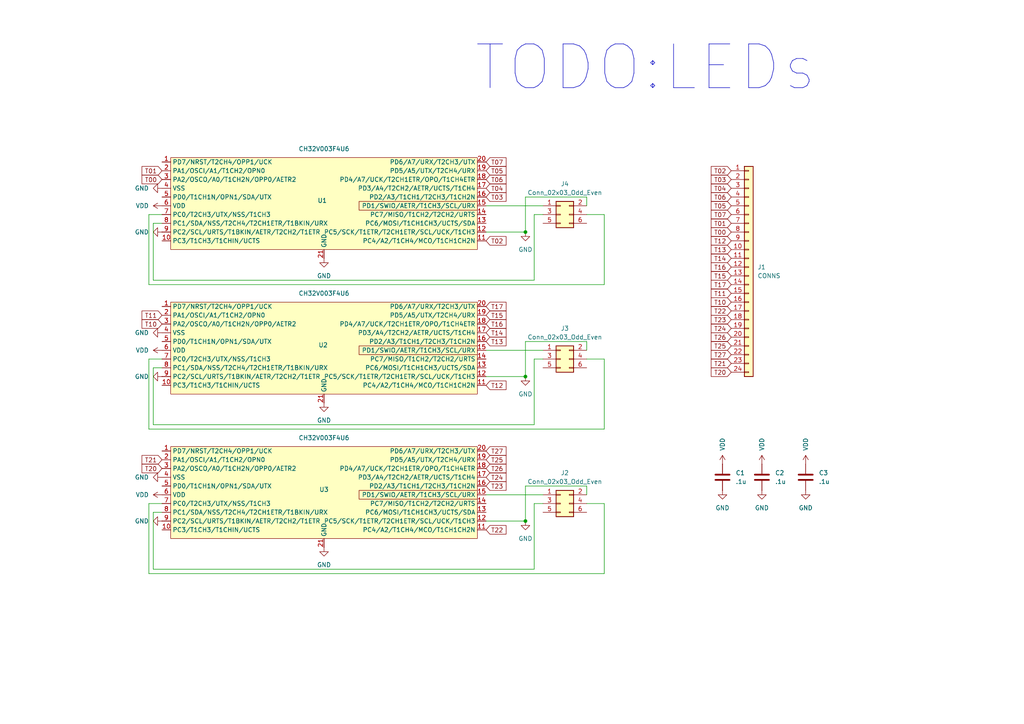
<source format=kicad_sch>
(kicad_sch (version 20250114) (generator "eeschema") (generator_version "9.0")
  (paper "A4")
  (lib_symbols
    (symbol "Connector_Generic:Conn_01x24" (pin_names (offset 1.016) (hide yes))
      (property "Reference" "J" (at 0 30.48 0))
      (property "Value" "Conn_01x24" (at 0 -33.02 0))
      (symbol "Conn_01x24_1_1"
        (rectangle (start -1.27 29.21) (end 1.27 -31.75) (stroke (width 0.254)) (fill (type background)))
        (rectangle (start -1.27 28.067) (end 0 27.813) (stroke (width 0.1524)))
        (rectangle (start -1.27 25.527) (end 0 25.273) (stroke (width 0.1524)))
        (rectangle (start -1.27 22.987) (end 0 22.733) (stroke (width 0.1524)))
        (rectangle (start -1.27 20.447) (end 0 20.193) (stroke (width 0.1524)))
        (rectangle (start -1.27 17.907) (end 0 17.653) (stroke (width 0.1524)))
        (rectangle (start -1.27 15.367) (end 0 15.113) (stroke (width 0.1524)))
        (rectangle (start -1.27 12.827) (end 0 12.573) (stroke (width 0.1524)))
        (rectangle (start -1.27 10.287) (end 0 10.033) (stroke (width 0.1524)))
        (rectangle (start -1.27 7.747) (end 0 7.493) (stroke (width 0.1524)))
        (rectangle (start -1.27 5.207) (end 0 4.953) (stroke (width 0.1524)))
        (rectangle (start -1.27 2.667) (end 0 2.413) (stroke (width 0.1524)))
        (rectangle (start -1.27 0.127) (end 0 -0.127) (stroke (width 0.1524)))
        (rectangle (start -1.27 -2.413) (end 0 -2.667) (stroke (width 0.1524)))
        (rectangle (start -1.27 -4.953) (end 0 -5.207) (stroke (width 0.1524)))
        (rectangle (start -1.27 -7.493) (end 0 -7.747) (stroke (width 0.1524)))
        (rectangle (start -1.27 -10.033) (end 0 -10.287) (stroke (width 0.1524)))
        (rectangle (start -1.27 -12.573) (end 0 -12.827) (stroke (width 0.1524)))
        (rectangle (start -1.27 -15.113) (end 0 -15.367) (stroke (width 0.1524)))
        (rectangle (start -1.27 -17.653) (end 0 -17.907) (stroke (width 0.1524)))
        (rectangle (start -1.27 -20.193) (end 0 -20.447) (stroke (width 0.1524)))
        (rectangle (start -1.27 -22.733) (end 0 -22.987) (stroke (width 0.1524)))
        (rectangle (start -1.27 -25.273) (end 0 -25.527) (stroke (width 0.1524)))
        (rectangle (start -1.27 -27.813) (end 0 -28.067) (stroke (width 0.1524)))
        (rectangle (start -1.27 -30.353) (end 0 -30.607) (stroke (width 0.1524)))
        (pin passive line (at -5.08 27.94 0) (length 3.81) (name "Pin_1") (number "1"))
        (pin passive line (at -5.08 25.4 0) (length 3.81) (name "Pin_2") (number "2"))
        (pin passive line (at -5.08 22.86 0) (length 3.81) (name "Pin_3") (number "3"))
        (pin passive line (at -5.08 20.32 0) (length 3.81) (name "Pin_4") (number "4"))
        (pin passive line (at -5.08 17.78 0) (length 3.81) (name "Pin_5") (number "5"))
        (pin passive line (at -5.08 15.24 0) (length 3.81) (name "Pin_6") (number "6"))
        (pin passive line (at -5.08 12.7 0) (length 3.81) (name "Pin_7") (number "7"))
        (pin passive line (at -5.08 10.16 0) (length 3.81) (name "Pin_8") (number "8"))
        (pin passive line (at -5.08 7.62 0) (length 3.81) (name "Pin_9") (number "9"))
        (pin passive line (at -5.08 5.08 0) (length 3.81) (name "Pin_10") (number "10"))
        (pin passive line (at -5.08 2.54 0) (length 3.81) (name "Pin_11") (number "11"))
        (pin passive line (at -5.08 0 0) (length 3.81) (name "Pin_12") (number "12"))
        (pin passive line (at -5.08 -2.54 0) (length 3.81) (name "Pin_13") (number "13"))
        (pin passive line (at -5.08 -5.08 0) (length 3.81) (name "Pin_14") (number "14"))
        (pin passive line (at -5.08 -7.62 0) (length 3.81) (name "Pin_15") (number "15"))
        (pin passive line (at -5.08 -10.16 0) (length 3.81) (name "Pin_16") (number "16"))
        (pin passive line (at -5.08 -12.7 0) (length 3.81) (name "Pin_17") (number "17"))
        (pin passive line (at -5.08 -15.24 0) (length 3.81) (name "Pin_18") (number "18"))
        (pin passive line (at -5.08 -17.78 0) (length 3.81) (name "Pin_19") (number "19"))
        (pin passive line (at -5.08 -20.32 0) (length 3.81) (name "Pin_20") (number "20"))
        (pin passive line (at -5.08 -22.86 0) (length 3.81) (name "Pin_21") (number "21"))
        (pin passive line (at -5.08 -25.4 0) (length 3.81) (name "Pin_22") (number "22"))
        (pin passive line (at -5.08 -27.94 0) (length 3.81) (name "Pin_23") (number "23"))
        (pin passive line (at -5.08 -30.48 0) (length 3.81) (name "Pin_24") (number "24"))
      )
    )
    (symbol "Connector_Generic:Conn_02x03_Odd_Even" (pin_names (offset 1.016) (hide yes))
      (property "Reference" "J" (at 1.27 5.08 0))
      (property "Value" "Conn_02x03_Odd_Even" (at 1.27 -5.08 0))
      (symbol "Conn_02x03_Odd_Even_1_1"
        (rectangle (start -1.27 3.81) (end 3.81 -3.81) (stroke (width 0.254)) (fill (type background)))
        (rectangle (start -1.27 2.667) (end 0 2.413) (stroke (width 0.1524)))
        (rectangle (start -1.27 0.127) (end 0 -0.127) (stroke (width 0.1524)))
        (rectangle (start -1.27 -2.413) (end 0 -2.667) (stroke (width 0.1524)))
        (rectangle (start 3.81 2.667) (end 2.54 2.413) (stroke (width 0.1524)))
        (rectangle (start 3.81 0.127) (end 2.54 -0.127) (stroke (width 0.1524)))
        (rectangle (start 3.81 -2.413) (end 2.54 -2.667) (stroke (width 0.1524)))
        (pin passive line (at -5.08 2.54 0) (length 3.81) (name "Pin_1") (number "1"))
        (pin passive line (at -5.08 0 0) (length 3.81) (name "Pin_3") (number "3"))
        (pin passive line (at -5.08 -2.54 0) (length 3.81) (name "Pin_5") (number "5"))
        (pin passive line (at 7.62 2.54 180) (length 3.81) (name "Pin_2") (number "2"))
        (pin passive line (at 7.62 0 180) (length 3.81) (name "Pin_4") (number "4"))
        (pin passive line (at 7.62 -2.54 180) (length 3.81) (name "Pin_6") (number "6"))
      )
    )
    (symbol "Device:C" (pin_numbers (hide yes)) (pin_names (offset 0.254))
      (property "Reference" "C" (at 0.635 2.54 0))
      (property "Value" "C" (at 0.635 -2.54 0))
      (symbol "C_0_1"
        (polyline (pts (xy -2.032 0.762) (xy 2.032 0.762)) (stroke (width 0.508)))
        (polyline (pts (xy -2.032 -0.762) (xy 2.032 -0.762)) (stroke (width 0.508)))
      )
      (symbol "C_1_1"
        (pin passive line (at 0 3.81 270) (length 2.794) (name "~") (number "1"))
        (pin passive line (at 0 -3.81 90) (length 2.794) (name "~") (number "2"))
      )
    )
    (symbol "cnhardware:CH32V003F4U6"
      (property "Reference" "U2" (at 0 17.78 0))
      (property "Value" "CH32V003F4U6" (at 0 15.24 0))
      (symbol "CH32V003F4U6_0_1"
        (rectangle (start -44.45 12.7) (end 44.45 -13.97) (fill (type background)))
        (rectangle (start 10.16 0) (end 44.45 -2.54) (fill (type background)))
      )
      (symbol "CH32V003F4U6_1_1"
        (pin bidirectional line (at -46.99 11.43 0) (length 2.54) (name "PD7/NRST/T2CH4/OPP1/UCK") (number "1"))
        (pin bidirectional line (at -46.99 8.89 0) (length 2.54) (name "PA1/OSCI/A1/T1CH2/OPN0") (number "2"))
        (pin bidirectional line (at -46.99 6.35 0) (length 2.54) (name "PA2/OSCO/A0/T1CH2N/OPP0/AETR2") (number "3"))
        (pin bidirectional line (at -46.99 3.81 0) (length 2.54) (name "VSS") (number "4"))
        (pin bidirectional line (at -46.99 1.27 0) (length 2.54) (name "PD0/T1CH1N/OPN1/SDA/UTX") (number "5"))
        (pin bidirectional line (at -46.99 -1.27 0) (length 2.54) (name "VDD") (number "6"))
        (pin bidirectional line (at -46.99 -3.81 0) (length 2.54) (name "PC0/T2CH3/UTX/NSS/T1CH3") (number "7"))
        (pin bidirectional line (at -46.99 -6.35 0) (length 2.54) (name "PC1/SDA/NSS/T2CH4/T2CH1ETR/T1BKIN/URX") (number "8"))
        (pin bidirectional line (at -46.99 -8.89 0) (length 2.54) (name "PC2/SCL/URTS/T1BKIN/AETR/T2CH2/T1ETR") (number "9"))
        (pin bidirectional line (at -46.99 -11.43 0) (length 2.54) (name "PC3/T1CH3/T1CHIN/UCTS") (number "10"))
        (pin bidirectional line (at 0 -16.51 90) (length 2.54) (name "GND") (number "21"))
        (pin bidirectional line (at 46.99 11.43 180) (length 2.54) (name "PD6/A7/URX/T2CH3/UTX") (number "20"))
        (pin bidirectional line (at 46.99 8.89 180) (length 2.54) (name "PD5/A5/UTX/T2CH4/URX") (number "19"))
        (pin bidirectional line (at 46.99 6.35 180) (length 2.54) (name "PD4/A7/UCK/T2CH1ETR/OPO/T1CH4ETR") (number "18"))
        (pin bidirectional line (at 46.99 3.81 180) (length 2.54) (name "PD3/A4/T2CH2/AETR/UCTS/T1CH4") (number "17"))
        (pin bidirectional line (at 46.99 1.27 180) (length 2.54) (name "PD2/A3/T1CH1/T2CH3/T1CH2N") (number "16"))
        (pin bidirectional line (at 46.99 -1.27 180) (length 2.54) (name "PD1/SWIO/AETR/T1CH3/SCL/URX") (number "15"))
        (pin bidirectional line (at 46.99 -3.81 180) (length 2.54) (name "PC7/MISO/T1CH2/T2CH2/URTS") (number "14"))
        (pin bidirectional line (at 46.99 -6.35 180) (length 2.54) (name "PC6/MOSI/T1CH1CH3/UCTS/SDA") (number "13"))
        (pin bidirectional line (at 46.99 -8.89 180) (length 2.54) (name "PC5/SCK/T1ETR/T2CH1ETR/SCL/UCK/T1CH3") (number "12"))
        (pin bidirectional line (at 46.99 -11.43 180) (length 2.54) (name "PC4/A2/T1CH4/MCO/T1CH1CH2N") (number "11"))
      )
    )
    (symbol "power:GND" (power) (pin_numbers (hide yes)) (pin_names (offset 0) (hide yes))
      (property "Value" "GND" (at 0 -3.81 0))
      (symbol "GND_0_1"
        (polyline (pts (xy 0 0) (xy 0 -1.27) (xy 1.27 -1.27) (xy 0 -2.54) (xy -1.27 -1.27) (xy 0 -1.27)))
      )
      (symbol "GND_1_1"
        (pin power_in line (at 0 0 270) (length 0) (name "~") (number "1"))
      )
    )
    (symbol "power:VDD" (power) (pin_numbers (hide yes)) (pin_names (offset 0) (hide yes))
      (property "Value" "VDD" (at 0 3.556 0))
      (symbol "VDD_0_1"
        (polyline (pts (xy -0.762 1.27) (xy 0 2.54)))
        (polyline (pts (xy 0 2.54) (xy 0.762 1.27)))
        (polyline (pts (xy 0 0) (xy 0 2.54)))
      )
      (symbol "VDD_1_1"
        (pin power_in line (at 0 0 90) (length 0) (name "~") (number "1"))
      )
    )
  )
  (text "TODO:LEDs" (at 187.198 19.812 0) (effects (font (size 12.7 12.7))))
  (junction (at 152.4 151.13))
  (junction (at 152.4 67.31))
  (junction (at 152.4 109.22))
  (wire (pts (xy 170.18 99.06) (xy 152.4 99.06)))
  (wire (pts (xy 154.94 165.1) (xy 154.94 146.05)))
  (wire (pts (xy 43.18 124.46) (xy 175.26 124.46)))
  (wire (pts (xy 170.18 59.69) (xy 170.18 57.15)))
  (wire (pts (xy 140.97 151.13) (xy 152.4 151.13)))
  (wire (pts (xy 170.18 57.15) (xy 152.4 57.15)))
  (wire (pts (xy 175.26 146.05) (xy 175.26 166.37)))
  (wire (pts (xy 170.18 140.97) (xy 152.4 140.97)))
  (wire (pts (xy 170.18 104.14) (xy 175.26 104.14)))
  (wire (pts (xy 170.18 146.05) (xy 175.26 146.05)))
  (wire (pts (xy 175.26 104.14) (xy 175.26 124.46)))
  (wire (pts (xy 44.45 123.19) (xy 154.94 123.19)))
  (wire (pts (xy 46.99 148.59) (xy 44.45 148.59)))
  (wire (pts (xy 175.26 62.23) (xy 175.26 82.55)))
  (wire (pts (xy 46.99 62.23) (xy 43.18 62.23)))
  (wire (pts (xy 152.4 140.97) (xy 152.4 151.13)))
  (wire (pts (xy 154.94 104.14) (xy 157.48 104.14)))
  (wire (pts (xy 170.18 101.6) (xy 170.18 99.06)))
  (wire (pts (xy 154.94 123.19) (xy 154.94 104.14)))
  (wire (pts (xy 44.45 148.59) (xy 44.45 165.1)))
  (wire (pts (xy 44.45 64.77) (xy 44.45 81.28)))
  (wire (pts (xy 46.99 104.14) (xy 43.18 104.14)))
  (wire (pts (xy 152.4 99.06) (xy 152.4 109.22)))
  (wire (pts (xy 44.45 81.28) (xy 154.94 81.28)))
  (wire (pts (xy 140.97 59.69) (xy 157.48 59.69)))
  (wire (pts (xy 154.94 81.28) (xy 154.94 62.23)))
  (wire (pts (xy 46.99 64.77) (xy 44.45 64.77)))
  (wire (pts (xy 43.18 166.37) (xy 175.26 166.37)))
  (wire (pts (xy 43.18 82.55) (xy 175.26 82.55)))
  (wire (pts (xy 43.18 104.14) (xy 43.18 124.46)))
  (wire (pts (xy 140.97 101.6) (xy 157.48 101.6)))
  (wire (pts (xy 170.18 62.23) (xy 175.26 62.23)))
  (wire (pts (xy 154.94 146.05) (xy 157.48 146.05)))
  (wire (pts (xy 46.99 106.68) (xy 44.45 106.68)))
  (wire (pts (xy 43.18 146.05) (xy 43.18 166.37)))
  (wire (pts (xy 154.94 62.23) (xy 157.48 62.23)))
  (wire (pts (xy 43.18 62.23) (xy 43.18 82.55)))
  (wire (pts (xy 140.97 143.51) (xy 157.48 143.51)))
  (wire (pts (xy 46.99 146.05) (xy 43.18 146.05)))
  (wire (pts (xy 152.4 57.15) (xy 152.4 67.31)))
  (wire (pts (xy 140.97 67.31) (xy 152.4 67.31)))
  (wire (pts (xy 170.18 143.51) (xy 170.18 140.97)))
  (wire (pts (xy 44.45 165.1) (xy 154.94 165.1)))
  (wire (pts (xy 140.97 109.22) (xy 152.4 109.22)))
  (wire (pts (xy 44.45 106.68) (xy 44.45 123.19)))
  (global_label "T11" (shape input) (at 212.09 85.09 180) (property "Intersheetrefs" "${INTERSHEET_REFS}" (effects (hide yes))))
  (global_label "T20" (shape input) (at 46.99 135.89 180) (property "Intersheetrefs" "${INTERSHEET_REFS}" (effects (hide yes))))
  (global_label "T22" (shape input) (at 140.97 153.67 0) (property "Intersheetrefs" "${INTERSHEET_REFS}" (effects (hide yes))))
  (global_label "T03" (shape input) (at 212.09 52.07 180) (property "Intersheetrefs" "${INTERSHEET_REFS}" (effects (hide yes))))
  (global_label "T23" (shape input) (at 140.97 140.97 0) (property "Intersheetrefs" "${INTERSHEET_REFS}" (effects (hide yes))))
  (global_label "T00" (shape input) (at 212.09 67.31 180) (property "Intersheetrefs" "${INTERSHEET_REFS}" (effects (hide yes))))
  (global_label "T21" (shape input) (at 46.99 133.35 180) (property "Intersheetrefs" "${INTERSHEET_REFS}" (effects (hide yes))))
  (global_label "T22" (shape input) (at 212.09 90.17 180) (property "Intersheetrefs" "${INTERSHEET_REFS}" (effects (hide yes))))
  (global_label "T10" (shape input) (at 212.09 87.63 180) (property "Intersheetrefs" "${INTERSHEET_REFS}" (effects (hide yes))))
  (global_label "T25" (shape input) (at 140.97 133.35 0) (property "Intersheetrefs" "${INTERSHEET_REFS}" (effects (hide yes))))
  (global_label "T21" (shape input) (at 212.09 105.41 180) (property "Intersheetrefs" "${INTERSHEET_REFS}" (effects (hide yes))))
  (global_label "T14" (shape input) (at 212.09 74.93 180) (property "Intersheetrefs" "${INTERSHEET_REFS}" (effects (hide yes))))
  (global_label "T27" (shape input) (at 212.09 102.87 180) (property "Intersheetrefs" "${INTERSHEET_REFS}" (effects (hide yes))))
  (global_label "T24" (shape input) (at 212.09 95.25 180) (property "Intersheetrefs" "${INTERSHEET_REFS}" (effects (hide yes))))
  (global_label "T06" (shape input) (at 212.09 57.15 180) (property "Intersheetrefs" "${INTERSHEET_REFS}" (effects (hide yes))))
  (global_label "T26" (shape input) (at 212.09 97.79 180) (property "Intersheetrefs" "${INTERSHEET_REFS}" (effects (hide yes))))
  (global_label "T13" (shape input) (at 212.09 72.39 180) (property "Intersheetrefs" "${INTERSHEET_REFS}" (effects (hide yes))))
  (global_label "T20" (shape input) (at 212.09 107.95 180) (property "Intersheetrefs" "${INTERSHEET_REFS}" (effects (hide yes))))
  (global_label "T11" (shape input) (at 46.99 91.44 180) (property "Intersheetrefs" "${INTERSHEET_REFS}" (effects (hide yes))))
  (global_label "T12" (shape input) (at 140.97 111.76 0) (property "Intersheetrefs" "${INTERSHEET_REFS}" (effects (hide yes))))
  (global_label "T07" (shape input) (at 140.97 46.99 0) (property "Intersheetrefs" "${INTERSHEET_REFS}" (effects (hide yes))))
  (global_label "T03" (shape input) (at 140.97 57.15 0) (property "Intersheetrefs" "${INTERSHEET_REFS}" (effects (hide yes))))
  (global_label "T25" (shape input) (at 212.09 100.33 180) (property "Intersheetrefs" "${INTERSHEET_REFS}" (effects (hide yes))))
  (global_label "T17" (shape input) (at 140.97 88.9 0) (property "Intersheetrefs" "${INTERSHEET_REFS}" (effects (hide yes))))
  (global_label "T05" (shape input) (at 140.97 49.53 0) (property "Intersheetrefs" "${INTERSHEET_REFS}" (effects (hide yes))))
  (global_label "T16" (shape input) (at 212.09 77.47 180) (property "Intersheetrefs" "${INTERSHEET_REFS}" (effects (hide yes))))
  (global_label "T10" (shape input) (at 46.99 93.98 180) (property "Intersheetrefs" "${INTERSHEET_REFS}" (effects (hide yes))))
  (global_label "T27" (shape input) (at 140.97 130.81 0) (property "Intersheetrefs" "${INTERSHEET_REFS}" (effects (hide yes))))
  (global_label "T04" (shape input) (at 140.97 54.61 0) (property "Intersheetrefs" "${INTERSHEET_REFS}" (effects (hide yes))))
  (global_label "T26" (shape input) (at 140.97 135.89 0) (property "Intersheetrefs" "${INTERSHEET_REFS}" (effects (hide yes))))
  (global_label "T00" (shape input) (at 46.99 52.07 180) (property "Intersheetrefs" "${INTERSHEET_REFS}" (effects (hide yes))))
  (global_label "T15" (shape input) (at 212.09 80.01 180) (property "Intersheetrefs" "${INTERSHEET_REFS}" (effects (hide yes))))
  (global_label "T14" (shape input) (at 140.97 96.52 0) (property "Intersheetrefs" "${INTERSHEET_REFS}" (effects (hide yes))))
  (global_label "T13" (shape input) (at 140.97 99.06 0) (property "Intersheetrefs" "${INTERSHEET_REFS}" (effects (hide yes))))
  (global_label "T06" (shape input) (at 140.97 52.07 0) (property "Intersheetrefs" "${INTERSHEET_REFS}" (effects (hide yes))))
  (global_label "T17" (shape input) (at 212.09 82.55 180) (property "Intersheetrefs" "${INTERSHEET_REFS}" (effects (hide yes))))
  (global_label "T05" (shape input) (at 212.09 59.69 180) (property "Intersheetrefs" "${INTERSHEET_REFS}" (effects (hide yes))))
  (global_label "T01" (shape input) (at 212.09 64.77 180) (property "Intersheetrefs" "${INTERSHEET_REFS}" (effects (hide yes))))
  (global_label "T24" (shape input) (at 140.97 138.43 0) (property "Intersheetrefs" "${INTERSHEET_REFS}" (effects (hide yes))))
  (global_label "T07" (shape input) (at 212.09 62.23 180) (property "Intersheetrefs" "${INTERSHEET_REFS}" (effects (hide yes))))
  (global_label "T23" (shape input) (at 212.09 92.71 180) (property "Intersheetrefs" "${INTERSHEET_REFS}" (effects (hide yes))))
  (global_label "T16" (shape input) (at 140.97 93.98 0) (property "Intersheetrefs" "${INTERSHEET_REFS}" (effects (hide yes))))
  (global_label "T02" (shape input) (at 212.09 49.53 180) (property "Intersheetrefs" "${INTERSHEET_REFS}" (effects (hide yes))))
  (global_label "T02" (shape input) (at 140.97 69.85 0) (property "Intersheetrefs" "${INTERSHEET_REFS}" (effects (hide yes))))
  (global_label "T04" (shape input) (at 212.09 54.61 180) (property "Intersheetrefs" "${INTERSHEET_REFS}" (effects (hide yes))))
  (global_label "T15" (shape input) (at 140.97 91.44 0) (property "Intersheetrefs" "${INTERSHEET_REFS}" (effects (hide yes))))
  (global_label "T12" (shape input) (at 212.09 69.85 180) (property "Intersheetrefs" "${INTERSHEET_REFS}" (effects (hide yes))))
  (global_label "T01" (shape input) (at 46.99 49.53 180) (property "Intersheetrefs" "${INTERSHEET_REFS}" (effects (hide yes))))
  (symbol (lib_id "power:GND") (at 152.4 151.13 0) (unit 1)
    (property "Reference" "#PWR016" (effects (hide yes)))
    (property "Value" "GND" (at 152.4 156.21 0))
    (property "Description" "Power symbol creates a global label with name \"GND\" , ground" (effects (hide yes)))
  )
  (symbol (lib_id "power:GND") (at 152.4 109.22 0) (unit 1)
    (property "Reference" "#PWR017" (effects (hide yes)))
    (property "Value" "GND" (at 152.4 114.3 0))
    (property "Description" "Power symbol creates a global label with name \"GND\" , ground" (effects (hide yes)))
  )
  (symbol (lib_id "Connector_Generic:Conn_02x03_Odd_Even") (at 162.56 104.14 0) (unit 1)
    (property "Reference" "J3" (at 163.83 95.25 0))
    (property "Value" "Conn_02x03_Odd_Even" (at 163.83 97.79 0))
    (property "Footprint" "Connector_PinHeader_2.54mm:PinHeader_2x03_P2.54mm_Vertical_SMD" (effects (hide yes)))
    (property "Description" "Generic connector, double row, 02x03, odd/even pin numbering scheme (row 1 odd numbers, row 2 even numbers), script generated (kicad-library-utils/schlib/autogen/connector/)" (effects (hide yes)))
  )
  (symbol (lib_id "power:GND") (at 46.99 138.43 270) (unit 1)
    (property "Reference" "#PWR08" (effects (hide yes)))
    (property "Value" "GND" (at 43.18 138.4299 90) (effects (justify right)))
    (property "Description" "Power symbol creates a global label with name \"GND\" , ground" (effects (hide yes)))
  )
  (symbol (lib_id "Connector_Generic:Conn_02x03_Odd_Even") (at 162.56 146.05 0) (unit 1)
    (property "Reference" "J2" (at 163.83 137.16 0))
    (property "Value" "Conn_02x03_Odd_Even" (at 163.83 139.7 0))
    (property "Footprint" "Connector_PinHeader_2.54mm:PinHeader_2x03_P2.54mm_Vertical_SMD" (effects (hide yes)))
    (property "Description" "Generic connector, double row, 02x03, odd/even pin numbering scheme (row 1 odd numbers, row 2 even numbers), script generated (kicad-library-utils/schlib/autogen/connector/)" (effects (hide yes)))
  )
  (symbol (lib_id "power:GND") (at 46.99 151.13 270) (unit 1)
    (property "Reference" "#PWR020" (effects (hide yes)))
    (property "Value" "GND" (at 43.18 151.1299 90) (effects (justify right)))
    (property "Description" "Power symbol creates a global label with name \"GND\" , ground" (effects (hide yes)))
  )
  (symbol (lib_id "power:GND") (at 152.4 67.31 0) (unit 1)
    (property "Reference" "#PWR018" (effects (hide yes)))
    (property "Value" "GND" (at 152.4 72.39 0))
    (property "Description" "Power symbol creates a global label with name \"GND\" , ground" (effects (hide yes)))
  )
  (symbol (lib_id "cnhardware:CH32V003F4U6") (at 93.98 142.24 0) (unit 1)
    (property "Reference" "U3" (at 93.98 141.986 0))
    (property "Value" "CH32V003F4U6" (at 93.98 127 0))
    (property "Footprint" "Package_DFN_QFN:QFN-20-1EP_3x3mm_P0.4mm_EP1.65x1.65mm" (effects (hide yes)))
    (property "LCSC" "C5299908" (effects (hide yes)))
  )
  (symbol (lib_id "power:GND") (at 46.99 109.22 270) (unit 1)
    (property "Reference" "#PWR019" (effects (hide yes)))
    (property "Value" "GND" (at 43.18 109.2199 90) (effects (justify right)))
    (property "Description" "Power symbol creates a global label with name \"GND\" , ground" (effects (hide yes)))
  )
  (symbol (lib_id "power:GND") (at 209.55 142.24 0) (unit 1)
    (property "Reference" "#PWR010" (effects (hide yes)))
    (property "Value" "GND" (at 209.55 147.32 0))
    (property "Description" "Power symbol creates a global label with name \"GND\" , ground" (effects (hide yes)))
  )
  (symbol (lib_id "Device:C") (at 233.68 138.43 0) (unit 1)
    (property "Reference" "C3" (at 237.49 137.1599 0) (effects (justify left)))
    (property "Value" ".1u" (at 237.49 139.6999 0) (effects (justify left)))
    (property "Footprint" "Capacitor_SMD:C_0402_1005Metric" (effects (hide yes)))
    (property "Description" "Unpolarized capacitor" (effects (hide yes)))
    (property "LCSC" "  C1525" (effects (hide yes)))
  )
  (symbol (lib_id "power:GND") (at 233.68 142.24 0) (unit 1)
    (property "Reference" "#PWR015" (effects (hide yes)))
    (property "Value" "GND" (at 233.68 147.32 0))
    (property "Description" "Power symbol creates a global label with name \"GND\" , ground" (effects (hide yes)))
  )
  (symbol (lib_id "cnhardware:CH32V003F4U6") (at 93.98 100.33 0) (unit 1)
    (property "Reference" "U2" (at 93.726 100.076 0))
    (property "Value" "CH32V003F4U6" (at 93.98 85.09 0))
    (property "Footprint" "Package_DFN_QFN:QFN-20-1EP_3x3mm_P0.4mm_EP1.65x1.65mm" (effects (hide yes)))
    (property "LCSC" "C5299908" (effects (hide yes)))
  )
  (symbol (lib_id "Connector_Generic:Conn_02x03_Odd_Even") (at 162.56 62.23 0) (unit 1)
    (property "Reference" "J4" (at 163.83 53.34 0))
    (property "Value" "Conn_02x03_Odd_Even" (at 163.83 55.88 0))
    (property "Footprint" "Connector_PinHeader_2.54mm:PinHeader_2x03_P2.54mm_Vertical_SMD" (effects (hide yes)))
    (property "Description" "Generic connector, double row, 02x03, odd/even pin numbering scheme (row 1 odd numbers, row 2 even numbers), script generated (kicad-library-utils/schlib/autogen/connector/)" (effects (hide yes)))
  )
  (symbol (lib_id "Device:C") (at 209.55 138.43 0) (unit 1)
    (property "Reference" "C1" (at 213.36 137.1599 0) (effects (justify left)))
    (property "Value" ".1u" (at 213.36 139.6999 0) (effects (justify left)))
    (property "Footprint" "Capacitor_SMD:C_0402_1005Metric" (effects (hide yes)))
    (property "Description" "Unpolarized capacitor" (effects (hide yes)))
    (property "LCSC" "  C1525" (effects (hide yes)))
  )
  (symbol (lib_id "power:VDD") (at 233.68 134.62 0) (mirror y) (unit 1)
    (property "Reference" "#PWR014" (effects (hide yes)))
    (property "Value" "VDD" (at 233.6799 130.81 90) (effects (justify left)))
    (property "Description" "Power symbol creates a global label with name \"VDD\"" (effects (hide yes)))
  )
  (symbol (lib_id "power:GND") (at 93.98 74.93 0) (unit 1)
    (property "Reference" "#PWR03" (effects (hide yes)))
    (property "Value" "GND" (at 93.98 80.01 0))
    (property "Description" "Power symbol creates a global label with name \"GND\" , ground" (effects (hide yes)))
  )
  (symbol (lib_id "power:VDD") (at 209.55 134.62 0) (mirror y) (unit 1)
    (property "Reference" "#PWR011" (effects (hide yes)))
    (property "Value" "VDD" (at 209.5499 130.81 90) (effects (justify left)))
    (property "Description" "Power symbol creates a global label with name \"VDD\"" (effects (hide yes)))
  )
  (symbol (lib_id "power:VDD") (at 46.99 59.69 90) (unit 1)
    (property "Reference" "#PWR04" (effects (hide yes)))
    (property "Value" "VDD" (at 43.18 59.6899 90) (effects (justify left)))
    (property "Description" "Power symbol creates a global label with name \"VDD\"" (effects (hide yes)))
  )
  (symbol (lib_id "power:VDD") (at 46.99 143.51 90) (unit 1)
    (property "Reference" "#PWR09" (effects (hide yes)))
    (property "Value" "VDD" (at 43.18 143.5099 90) (effects (justify left)))
    (property "Description" "Power symbol creates a global label with name \"VDD\"" (effects (hide yes)))
  )
  (symbol (lib_id "Device:C") (at 220.98 138.43 0) (unit 1)
    (property "Reference" "C2" (at 224.79 137.1599 0) (effects (justify left)))
    (property "Value" ".1u" (at 224.79 139.6999 0) (effects (justify left)))
    (property "Footprint" "Capacitor_SMD:C_0402_1005Metric" (effects (hide yes)))
    (property "Description" "Unpolarized capacitor" (effects (hide yes)))
    (property "LCSC" "  C1525" (effects (hide yes)))
  )
  (symbol (lib_id "cnhardware:CH32V003F4U6") (at 93.98 58.42 0) (unit 1)
    (property "Reference" "U1" (at 93.472 58.166 0))
    (property "Value" "CH32V003F4U6" (at 93.98 43.18 0))
    (property "Footprint" "Package_DFN_QFN:QFN-20-1EP_3x3mm_P0.4mm_EP1.65x1.65mm" (effects (hide yes)))
    (property "LCSC" "C5299908" (effects (hide yes)))
  )
  (symbol (lib_id "power:GND") (at 46.99 96.52 270) (unit 1)
    (property "Reference" "#PWR07" (effects (hide yes)))
    (property "Value" "GND" (at 43.18 96.5199 90) (effects (justify right)))
    (property "Description" "Power symbol creates a global label with name \"GND\" , ground" (effects (hide yes)))
  )
  (symbol (lib_id "power:GND") (at 220.98 142.24 0) (unit 1)
    (property "Reference" "#PWR013" (effects (hide yes)))
    (property "Value" "GND" (at 220.98 147.32 0))
    (property "Description" "Power symbol creates a global label with name \"GND\" , ground" (effects (hide yes)))
  )
  (symbol (lib_id "power:GND") (at 46.99 67.31 270) (unit 1)
    (property "Reference" "#PWR021" (effects (hide yes)))
    (property "Value" "GND" (at 43.18 67.3099 90) (effects (justify right)))
    (property "Description" "Power symbol creates a global label with name \"GND\" , ground" (effects (hide yes)))
  )
  (symbol (lib_id "power:GND") (at 93.98 158.75 0) (unit 1)
    (property "Reference" "#PWR02" (effects (hide yes)))
    (property "Value" "GND" (at 93.98 163.83 0))
    (property "Description" "Power symbol creates a global label with name \"GND\" , ground" (effects (hide yes)))
  )
  (symbol (lib_id "power:GND") (at 46.99 54.61 270) (unit 1)
    (property "Reference" "#PWR06" (effects (hide yes)))
    (property "Value" "GND" (at 43.18 54.6099 90) (effects (justify right)))
    (property "Description" "Power symbol creates a global label with name \"GND\" , ground" (effects (hide yes)))
  )
  (symbol (lib_id "power:VDD") (at 220.98 134.62 0) (mirror y) (unit 1)
    (property "Reference" "#PWR012" (effects (hide yes)))
    (property "Value" "VDD" (at 220.9799 130.81 90) (effects (justify left)))
    (property "Description" "Power symbol creates a global label with name \"VDD\"" (effects (hide yes)))
  )
  (symbol (lib_id "Connector_Generic:Conn_01x24") (at 217.17 77.47 0) (unit 1) (in_bom no)
    (property "Reference" "J1" (at 219.71 77.4699 0) (effects (justify left)))
    (property "Value" "CONNS" (at 219.71 80.0099 0) (effects (justify left)))
    (property "Footprint" "keytartouch:kelseytop" (effects (hide yes)))
    (property "Description" "Generic connector, single row, 01x24, script generated (kicad-library-utils/schlib/autogen/connector/)" (effects (hide yes)))
  )
  (symbol (lib_id "power:GND") (at 93.98 116.84 0) (unit 1)
    (property "Reference" "#PWR01" (effects (hide yes)))
    (property "Value" "GND" (at 93.98 121.92 0))
    (property "Description" "Power symbol creates a global label with name \"GND\" , ground" (effects (hide yes)))
  )
  (symbol (lib_id "power:VDD") (at 46.99 101.6 90) (unit 1)
    (property "Reference" "#PWR05" (effects (hide yes)))
    (property "Value" "VDD" (at 43.18 101.5999 90) (effects (justify left)))
    (property "Description" "Power symbol creates a global label with name \"VDD\"" (effects (hide yes)))
  )
)
</source>
